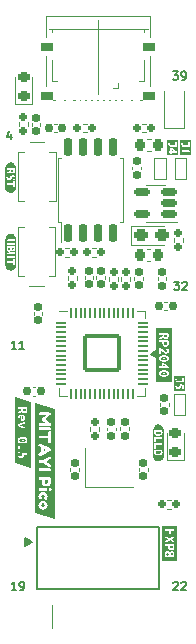
<source format=gbr>
%TF.GenerationSoftware,KiCad,Pcbnew,(6.0.9)*%
%TF.CreationDate,2023-01-07T18:48:54+05:30*%
%TF.ProjectId,Mitayi-Pico-RP2040,4d697461-7969-42d5-9069-636f2d525032,0.5*%
%TF.SameCoordinates,PX825e060PY6d4a840*%
%TF.FileFunction,Legend,Top*%
%TF.FilePolarity,Positive*%
%FSLAX46Y46*%
G04 Gerber Fmt 4.6, Leading zero omitted, Abs format (unit mm)*
G04 Created by KiCad (PCBNEW (6.0.9)) date 2023-01-07 18:48:54*
%MOMM*%
%LPD*%
G01*
G04 APERTURE LIST*
G04 Aperture macros list*
%AMRoundRect*
0 Rectangle with rounded corners*
0 $1 Rounding radius*
0 $2 $3 $4 $5 $6 $7 $8 $9 X,Y pos of 4 corners*
0 Add a 4 corners polygon primitive as box body*
4,1,4,$2,$3,$4,$5,$6,$7,$8,$9,$2,$3,0*
0 Add four circle primitives for the rounded corners*
1,1,$1+$1,$2,$3*
1,1,$1+$1,$4,$5*
1,1,$1+$1,$6,$7*
1,1,$1+$1,$8,$9*
0 Add four rect primitives between the rounded corners*
20,1,$1+$1,$2,$3,$4,$5,0*
20,1,$1+$1,$4,$5,$6,$7,0*
20,1,$1+$1,$6,$7,$8,$9,0*
20,1,$1+$1,$8,$9,$2,$3,0*%
%AMFreePoly0*
4,1,13,-0.340000,0.160000,-0.327821,0.221229,-0.293137,0.273137,-0.241229,0.307821,-0.180000,0.320000,0.340000,0.320000,0.340000,-0.320000,-0.180000,-0.320000,-0.241229,-0.307821,-0.293137,-0.273137,-0.327821,-0.221229,-0.340000,-0.160000,-0.340000,0.160000,-0.340000,0.160000,$1*%
%AMFreePoly1*
4,1,13,-0.340000,0.320000,0.180000,0.320000,0.241229,0.307821,0.293137,0.273137,0.327821,0.221229,0.340000,0.160000,0.340000,-0.160000,0.327821,-0.221229,0.293137,-0.273137,0.241229,-0.307821,0.180000,-0.320000,-0.340000,-0.320000,-0.340000,0.320000,-0.340000,0.320000,$1*%
G04 Aperture macros list end*
%ADD10C,0.150000*%
%ADD11C,0.120000*%
%ADD12C,0.020000*%
%ADD13C,0.100000*%
%ADD14R,1.500000X1.900000*%
%ADD15R,1.200000X1.900000*%
%ADD16FreePoly0,270.000000*%
%ADD17FreePoly1,270.000000*%
%ADD18RoundRect,0.218750X0.256250X-0.218750X0.256250X0.218750X-0.256250X0.218750X-0.256250X-0.218750X0*%
%ADD19RoundRect,0.155000X0.155000X-0.212500X0.155000X0.212500X-0.155000X0.212500X-0.155000X-0.212500X0*%
%ADD20RoundRect,0.225000X0.225000X0.250000X-0.225000X0.250000X-0.225000X-0.250000X0.225000X-0.250000X0*%
%ADD21RoundRect,0.155000X0.212500X0.155000X-0.212500X0.155000X-0.212500X-0.155000X0.212500X-0.155000X0*%
%ADD22RoundRect,0.160000X0.197500X0.160000X-0.197500X0.160000X-0.197500X-0.160000X0.197500X-0.160000X0*%
%ADD23C,1.500000*%
%ADD24RoundRect,0.160000X-0.160000X0.197500X-0.160000X-0.197500X0.160000X-0.197500X0.160000X0.197500X0*%
%ADD25RoundRect,0.155000X-0.212500X-0.155000X0.212500X-0.155000X0.212500X0.155000X-0.212500X0.155000X0*%
%ADD26RoundRect,0.144000X-1.456000X-1.456000X1.456000X-1.456000X1.456000X1.456000X-1.456000X1.456000X0*%
%ADD27RoundRect,0.050000X-0.050000X-0.387500X0.050000X-0.387500X0.050000X0.387500X-0.050000X0.387500X0*%
%ADD28RoundRect,0.050000X-0.387500X-0.050000X0.387500X-0.050000X0.387500X0.050000X-0.387500X0.050000X0*%
%ADD29RoundRect,0.155000X-0.155000X0.212500X-0.155000X-0.212500X0.155000X-0.212500X0.155000X0.212500X0*%
%ADD30RoundRect,0.150000X0.150000X-0.650000X0.150000X0.650000X-0.150000X0.650000X-0.150000X-0.650000X0*%
%ADD31O,1.600000X1.700000*%
%ADD32R,1.600000X3.200000*%
%ADD33FreePoly0,90.000000*%
%ADD34FreePoly1,90.000000*%
%ADD35RoundRect,0.225000X-0.225000X-0.250000X0.225000X-0.250000X0.225000X0.250000X-0.225000X0.250000X0*%
%ADD36RoundRect,0.500000X0.000000X0.300000X0.000000X0.300000X0.000000X-0.300000X0.000000X-0.300000X0*%
%ADD37R,0.300000X1.450000*%
%ADD38C,0.670000*%
%ADD39R,1.400000X1.200000*%
%ADD40RoundRect,0.160000X0.160000X-0.197500X0.160000X0.197500X-0.160000X0.197500X-0.160000X-0.197500X0*%
%ADD41R,1.000000X1.000000*%
%ADD42R,1.700000X1.150000*%
%ADD43R,3.200000X1.600000*%
%ADD44O,1.700000X1.600000*%
%ADD45RoundRect,0.250000X-0.312500X-0.275000X0.312500X-0.275000X0.312500X0.275000X-0.312500X0.275000X0*%
%ADD46RoundRect,0.160000X-0.197500X-0.160000X0.197500X-0.160000X0.197500X0.160000X-0.197500X0.160000X0*%
%ADD47RoundRect,0.150000X0.512500X0.150000X-0.512500X0.150000X-0.512500X-0.150000X0.512500X-0.150000X0*%
%ADD48O,1.700000X1.700000*%
%ADD49R,1.700000X1.700000*%
G04 APERTURE END LIST*
D10*
X15650000Y3700000D02*
X5350000Y3700000D01*
X15650000Y8950000D02*
X15650000Y3700000D01*
X15650000Y8950000D02*
X5350000Y8950000D01*
X5350000Y3700000D02*
X5350000Y8950000D01*
X16833333Y47483334D02*
X17266666Y47483334D01*
X17033333Y47216667D01*
X17133333Y47216667D01*
X17200000Y47183334D01*
X17233333Y47150000D01*
X17266666Y47083334D01*
X17266666Y46916667D01*
X17233333Y46850000D01*
X17200000Y46816667D01*
X17133333Y46783334D01*
X16933333Y46783334D01*
X16866666Y46816667D01*
X16833333Y46850000D01*
X17600000Y46783334D02*
X17733333Y46783334D01*
X17800000Y46816667D01*
X17833333Y46850000D01*
X17900000Y46950000D01*
X17933333Y47083334D01*
X17933333Y47350000D01*
X17900000Y47416667D01*
X17866666Y47450000D01*
X17800000Y47483334D01*
X17666666Y47483334D01*
X17600000Y47450000D01*
X17566666Y47416667D01*
X17533333Y47350000D01*
X17533333Y47183334D01*
X17566666Y47116667D01*
X17600000Y47083334D01*
X17666666Y47050000D01*
X17800000Y47050000D01*
X17866666Y47083334D01*
X17900000Y47116667D01*
X17933333Y47183334D01*
X16933333Y29683334D02*
X17366666Y29683334D01*
X17133333Y29416667D01*
X17233333Y29416667D01*
X17300000Y29383334D01*
X17333333Y29350000D01*
X17366666Y29283334D01*
X17366666Y29116667D01*
X17333333Y29050000D01*
X17300000Y29016667D01*
X17233333Y28983334D01*
X17033333Y28983334D01*
X16966666Y29016667D01*
X16933333Y29050000D01*
X17633333Y29616667D02*
X17666666Y29650000D01*
X17733333Y29683334D01*
X17900000Y29683334D01*
X17966666Y29650000D01*
X18000000Y29616667D01*
X18033333Y29550000D01*
X18033333Y29483334D01*
X18000000Y29383334D01*
X17600000Y28983334D01*
X18033333Y28983334D01*
X4340476Y7954762D02*
X4302380Y7954762D01*
X4416666Y7916667D02*
X4302380Y7916667D01*
X4492857Y7878572D02*
X4302380Y7878572D01*
X4569047Y7840477D02*
X4302380Y7840477D01*
X4607142Y7802381D02*
X4302380Y7802381D01*
X4683333Y7764286D02*
X4302380Y7764286D01*
X4759523Y7726191D02*
X4302380Y7726191D01*
X4835714Y7688096D02*
X4302380Y7688096D01*
X4911904Y7650000D02*
X4302380Y7650000D01*
X4835714Y7611905D02*
X4302380Y7611905D01*
X4759523Y7573810D02*
X4302380Y7573810D01*
X4683333Y7535715D02*
X4302380Y7535715D01*
X4607142Y7497620D02*
X4302380Y7497620D01*
X4569047Y7459524D02*
X4302380Y7459524D01*
X4492857Y7421429D02*
X4302380Y7421429D01*
X4416666Y7383334D02*
X4302380Y7383334D01*
X4302380Y7345239D02*
X4873809Y7650000D01*
X4302380Y7954762D01*
X4340476Y7345239D02*
X4302380Y7345239D01*
X4911904Y7650000D02*
X4302380Y7307143D01*
X4302380Y7992858D01*
X4911904Y7650000D01*
X3566666Y23983334D02*
X3166666Y23983334D01*
X3366666Y23983334D02*
X3366666Y24683334D01*
X3300000Y24583334D01*
X3233333Y24516667D01*
X3166666Y24483334D01*
X4233333Y23983334D02*
X3833333Y23983334D01*
X4033333Y23983334D02*
X4033333Y24683334D01*
X3966666Y24583334D01*
X3900000Y24516667D01*
X3833333Y24483334D01*
X16866666Y4216667D02*
X16900000Y4250000D01*
X16966666Y4283334D01*
X17133333Y4283334D01*
X17200000Y4250000D01*
X17233333Y4216667D01*
X17266666Y4150000D01*
X17266666Y4083334D01*
X17233333Y3983334D01*
X16833333Y3583334D01*
X17266666Y3583334D01*
X17533333Y4216667D02*
X17566666Y4250000D01*
X17633333Y4283334D01*
X17800000Y4283334D01*
X17866666Y4250000D01*
X17900000Y4216667D01*
X17933333Y4150000D01*
X17933333Y4083334D01*
X17900000Y3983334D01*
X17500000Y3583334D01*
X17933333Y3583334D01*
X3133333Y42200000D02*
X3133333Y41733334D01*
X2966666Y42466667D02*
X2800000Y41966667D01*
X3233333Y41966667D01*
X3566666Y3583334D02*
X3166666Y3583334D01*
X3366666Y3583334D02*
X3366666Y4283334D01*
X3300000Y4183334D01*
X3233333Y4116667D01*
X3166666Y4083334D01*
X3900000Y3583334D02*
X4033333Y3583334D01*
X4100000Y3616667D01*
X4133333Y3650000D01*
X4200000Y3750000D01*
X4233333Y3883334D01*
X4233333Y4150000D01*
X4200000Y4216667D01*
X4166666Y4250000D01*
X4100000Y4283334D01*
X3966666Y4283334D01*
X3900000Y4250000D01*
X3866666Y4216667D01*
X3833333Y4150000D01*
X3833333Y3983334D01*
X3866666Y3916667D01*
X3900000Y3883334D01*
X3966666Y3850000D01*
X4100000Y3850000D01*
X4166666Y3883334D01*
X4200000Y3916667D01*
X4233333Y3983334D01*
X15559523Y23245239D02*
X15597619Y23245239D01*
X15483333Y23283334D02*
X15597619Y23283334D01*
X15407142Y23321429D02*
X15597619Y23321429D01*
X15330952Y23359524D02*
X15597619Y23359524D01*
X15292857Y23397620D02*
X15597619Y23397620D01*
X15216666Y23435715D02*
X15597619Y23435715D01*
X15140476Y23473810D02*
X15597619Y23473810D01*
X15064285Y23511905D02*
X15597619Y23511905D01*
X14988095Y23550000D02*
X15597619Y23550000D01*
X15064285Y23588096D02*
X15597619Y23588096D01*
X15140476Y23626191D02*
X15597619Y23626191D01*
X15216666Y23664286D02*
X15597619Y23664286D01*
X15292857Y23702381D02*
X15597619Y23702381D01*
X15330952Y23740477D02*
X15597619Y23740477D01*
X15407142Y23778572D02*
X15597619Y23778572D01*
X15483333Y23816667D02*
X15597619Y23816667D01*
X15597619Y23854762D02*
X15026190Y23550000D01*
X15597619Y23245239D01*
X15559523Y23854762D02*
X15597619Y23854762D01*
X14988095Y23550000D02*
X15597619Y23892858D01*
X15597619Y23207143D01*
X14988095Y23550000D01*
D11*
%TO.C,J6*%
X12210000Y46087500D02*
X11760000Y46087500D01*
X6610000Y51037500D02*
X6610000Y50787500D01*
X14410000Y46637500D02*
X13960000Y46637500D01*
X14410000Y51037500D02*
X14410000Y50787500D01*
X12210000Y46087500D02*
X12210000Y46537500D01*
X6610000Y48487500D02*
X6610000Y46637500D01*
X6610000Y46637500D02*
X7060000Y46637500D01*
X14410000Y48487500D02*
X14410000Y46637500D01*
%TO.C,kibuzzard-63B95AA9*%
G36*
X3425207Y14322112D02*
G01*
X3425207Y15056595D01*
X3689790Y15056595D01*
X3694552Y14983887D01*
X3708840Y14920705D01*
X3731700Y14867047D01*
X3762180Y14822915D01*
X3842825Y14764495D01*
X3943790Y14745445D01*
X4017450Y14754053D01*
X4079257Y14779876D01*
X4129210Y14822915D01*
X4167028Y14883452D01*
X4192428Y14961768D01*
X4205410Y15057865D01*
X4277800Y15051515D01*
X4362890Y15045165D01*
X4362890Y14774655D01*
X4492430Y14774655D01*
X4492430Y15175975D01*
X4395434Y15180737D01*
X4294945Y15187405D01*
X4191599Y15196295D01*
X4086030Y15207725D01*
X4083331Y15120412D01*
X4075235Y15051515D01*
X4044755Y14959440D01*
X3997765Y14916260D01*
X3937440Y14905465D01*
X3895530Y14911815D01*
X3859335Y14935310D01*
X3833300Y14982300D01*
X3823140Y15057865D01*
X3825997Y15117237D01*
X3834570Y15165815D01*
X3859970Y15236935D01*
X3730430Y15268685D01*
X3716460Y15232490D01*
X3703125Y15179785D01*
X3693600Y15118825D01*
X3689790Y15056595D01*
X3425207Y15056595D01*
X3425207Y15629365D01*
X3692330Y15629365D01*
X3721540Y15550625D01*
X3806630Y15516335D01*
X3889180Y15550625D01*
X3918390Y15629365D01*
X3910770Y15672545D01*
X3889180Y15708740D01*
X3854255Y15734140D01*
X3806630Y15743665D01*
X3757735Y15734140D01*
X3722175Y15708740D01*
X3699950Y15672545D01*
X3692330Y15629365D01*
X3425207Y15629365D01*
X3425207Y16265635D01*
X3689790Y16265635D01*
X3701079Y16183791D01*
X3734946Y16116057D01*
X3791390Y16062435D01*
X3848857Y16031876D01*
X3919660Y16010047D01*
X4003797Y15996951D01*
X4101270Y15992585D01*
X4198147Y15996951D01*
X4281769Y16010047D01*
X4352135Y16031876D01*
X4409245Y16062435D01*
X4465337Y16116057D01*
X4498992Y16183791D01*
X4510210Y16265635D01*
X4498921Y16346209D01*
X4465054Y16413519D01*
X4408610Y16467565D01*
X4351301Y16498680D01*
X4280975Y16520905D01*
X4197631Y16534240D01*
X4101270Y16538685D01*
X4003797Y16534319D01*
X3919660Y16521222D01*
X3848857Y16499394D01*
X3791390Y16468835D01*
X3734946Y16415213D01*
X3701079Y16347479D01*
X3689790Y16265635D01*
X3425207Y16265635D01*
X3425207Y17606755D01*
X3706300Y17606755D01*
X3706300Y17475945D01*
X3785957Y17436998D01*
X3874222Y17396358D01*
X3971095Y17354025D01*
X4048763Y17322354D01*
X4130004Y17292113D01*
X4214816Y17263299D01*
X4303200Y17235915D01*
X4303200Y17394665D01*
X4253353Y17407841D01*
X4200330Y17424510D01*
X4145561Y17443243D01*
X4090475Y17462610D01*
X4036024Y17482454D01*
X3983160Y17502615D01*
X3887910Y17539445D01*
X3983160Y17574370D01*
X4036024Y17592626D01*
X4090475Y17610565D01*
X4145561Y17627869D01*
X4200330Y17644220D01*
X4253353Y17658984D01*
X4303200Y17671525D01*
X4303200Y17835355D01*
X4214816Y17808328D01*
X4130004Y17780586D01*
X4048763Y17752130D01*
X3971095Y17722960D01*
X3874222Y17683802D01*
X3785957Y17645067D01*
X3706300Y17606755D01*
X3425207Y17606755D01*
X3425207Y18121105D01*
X3692330Y18121105D01*
X3701855Y18018235D01*
X3725350Y17931875D01*
X3858700Y17953465D01*
X3838380Y18025220D01*
X3828220Y18114755D01*
X3836634Y18183970D01*
X3861875Y18239215D01*
X3901721Y18275410D01*
X3953950Y18287475D01*
X3953950Y17900125D01*
X3980620Y17898220D01*
X4012370Y17897585D01*
X4104304Y17905205D01*
X4180292Y17928065D01*
X4240335Y17966165D01*
X4283727Y18018941D01*
X4309762Y18085827D01*
X4318440Y18166825D01*
X4313360Y18219530D01*
X4298120Y18270965D01*
X4272879Y18318908D01*
X4237795Y18361135D01*
X4192869Y18396695D01*
X4138100Y18424635D01*
X4073647Y18442733D01*
X3999670Y18448765D01*
X3928232Y18443050D01*
X3866320Y18425905D01*
X3813774Y18398124D01*
X3770435Y18360500D01*
X3736462Y18313510D01*
X3712015Y18257630D01*
X3697251Y18193336D01*
X3692330Y18121105D01*
X3425207Y18121105D01*
X3425207Y18502105D01*
X3706300Y18502105D01*
X3789485Y18538300D01*
X3877115Y18582115D01*
X3960935Y18629105D01*
X4033960Y18674825D01*
X4069837Y18619263D01*
X4119050Y18582115D01*
X4178105Y18561160D01*
X4243510Y18554175D01*
X4305264Y18559414D01*
X4358445Y18575130D01*
X4439090Y18635455D01*
X4466713Y18678635D01*
X4486080Y18729435D01*
X4497510Y18787220D01*
X4501320Y18851355D01*
X4500050Y18895805D01*
X4496875Y18949145D01*
X4490525Y19004390D01*
X4481000Y19054555D01*
X3706300Y19054555D01*
X3706300Y18898345D01*
X3995860Y18898345D01*
X3995860Y18817065D01*
X3923946Y18774044D01*
X3852985Y18733880D01*
X3781071Y18697526D01*
X3706300Y18665935D01*
X3706300Y18502105D01*
X3425207Y18502105D01*
X3425207Y19882764D01*
X4774793Y19477888D01*
X4774793Y13917236D01*
X3425207Y14322112D01*
G37*
G36*
X3949152Y16148513D02*
G01*
X3894895Y16167210D01*
X3842031Y16208644D01*
X3824803Y16264365D01*
X4030150Y16264365D01*
X4054915Y16214200D01*
X4113970Y16194515D01*
X4173660Y16214200D01*
X4199060Y16264365D01*
X4173660Y16316435D01*
X4113970Y16335485D01*
X4054915Y16316435D01*
X4030150Y16264365D01*
X3824803Y16264365D01*
X3824410Y16265635D01*
X3842031Y16321832D01*
X3894895Y16363425D01*
X3949152Y16382475D01*
X4017944Y16393905D01*
X4101270Y16397715D01*
X4183891Y16393905D01*
X4252259Y16382475D01*
X4306375Y16363425D01*
X4359239Y16321832D01*
X4376860Y16265635D01*
X4359239Y16208644D01*
X4306375Y16167210D01*
X4252259Y16148513D01*
X4183891Y16137294D01*
X4101270Y16133555D01*
X4017944Y16137294D01*
X3949152Y16148513D01*
G37*
G36*
X4364795Y18872945D02*
G01*
X4365430Y18851355D01*
X4358128Y18795158D01*
X4336220Y18751025D01*
X4298755Y18722450D01*
X4244780Y18712925D01*
X4156515Y18748485D01*
X4133179Y18795158D01*
X4125400Y18864055D01*
X4125400Y18898345D01*
X4361620Y18898345D01*
X4364795Y18872945D01*
G37*
G36*
X4108890Y18276680D02*
G01*
X4149530Y18253820D01*
X4177470Y18216990D01*
X4187630Y18164285D01*
X4176835Y18110945D01*
X4148260Y18075385D01*
X4108255Y18055065D01*
X4061900Y18048715D01*
X4061900Y18287475D01*
X4108890Y18276680D01*
G37*
%TO.C,kibuzzard-632CA15B*%
G36*
X15924152Y21807443D02*
G01*
X15869895Y21826140D01*
X15817031Y21867574D01*
X15799803Y21923295D01*
X16005150Y21923295D01*
X16029915Y21873130D01*
X16088970Y21853445D01*
X16148660Y21873130D01*
X16174060Y21923295D01*
X16148660Y21975365D01*
X16088970Y21994415D01*
X16029915Y21975365D01*
X16005150Y21923295D01*
X15799803Y21923295D01*
X15799410Y21924565D01*
X15817031Y21980762D01*
X15869895Y22022355D01*
X15924152Y22041405D01*
X15992944Y22052835D01*
X16076270Y22056645D01*
X16158891Y22052835D01*
X16227259Y22041405D01*
X16281375Y22022355D01*
X16334239Y21980762D01*
X16351860Y21924565D01*
X16334239Y21867574D01*
X16281375Y21826140D01*
X16227259Y21807443D01*
X16158891Y21796224D01*
X16076270Y21792485D01*
X15992944Y21796224D01*
X15924152Y21807443D01*
G37*
G36*
X15924152Y23077443D02*
G01*
X15869895Y23096140D01*
X15817031Y23137574D01*
X15799803Y23193295D01*
X16005150Y23193295D01*
X16029915Y23143130D01*
X16088970Y23123445D01*
X16148660Y23143130D01*
X16174060Y23193295D01*
X16148660Y23245365D01*
X16088970Y23264415D01*
X16029915Y23245365D01*
X16005150Y23193295D01*
X15799803Y23193295D01*
X15799410Y23194565D01*
X15817031Y23250762D01*
X15869895Y23292355D01*
X15924152Y23311405D01*
X15992944Y23322835D01*
X16076270Y23326645D01*
X16158891Y23322835D01*
X16227259Y23311405D01*
X16281375Y23292355D01*
X16334239Y23250762D01*
X16351860Y23194565D01*
X16334239Y23137574D01*
X16281375Y23096140D01*
X16227259Y23077443D01*
X16158891Y23066224D01*
X16076270Y23062485D01*
X15992944Y23066224D01*
X15924152Y23077443D01*
G37*
G36*
X16067380Y22654815D02*
G01*
X16140405Y22609730D01*
X16209620Y22562105D01*
X16271850Y22515115D01*
X15994990Y22515115D01*
X15994990Y22692915D01*
X16067380Y22654815D01*
G37*
G36*
X16339795Y24518540D02*
G01*
X16340430Y24479805D01*
X16333286Y24423766D01*
X16311855Y24380110D01*
X16273279Y24352011D01*
X16214700Y24342645D01*
X16152946Y24352170D01*
X16112465Y24380745D01*
X16090081Y24428053D01*
X16082620Y24493775D01*
X16082620Y24557275D01*
X16336620Y24557275D01*
X16339795Y24518540D01*
G37*
G36*
X16339795Y25166875D02*
G01*
X16340430Y25145285D01*
X16333128Y25089088D01*
X16311220Y25044955D01*
X16273755Y25016380D01*
X16219780Y25006855D01*
X16131515Y25042415D01*
X16108179Y25089088D01*
X16100400Y25157985D01*
X16100400Y25192275D01*
X16336620Y25192275D01*
X16339795Y25166875D01*
G37*
G36*
X15400207Y21228182D02*
G01*
X15400207Y21924565D01*
X15664790Y21924565D01*
X15676079Y21842721D01*
X15709946Y21774987D01*
X15766390Y21721365D01*
X15823857Y21690806D01*
X15894660Y21668977D01*
X15978797Y21655881D01*
X16076270Y21651515D01*
X16173147Y21655881D01*
X16256769Y21668977D01*
X16327135Y21690806D01*
X16384245Y21721365D01*
X16440337Y21774987D01*
X16473992Y21842721D01*
X16485210Y21924565D01*
X16473921Y22005139D01*
X16440054Y22072449D01*
X16383610Y22126495D01*
X16326301Y22157610D01*
X16255975Y22179835D01*
X16172631Y22193170D01*
X16076270Y22197615D01*
X15978797Y22193249D01*
X15894660Y22180152D01*
X15823857Y22158324D01*
X15766390Y22127765D01*
X15709946Y22074143D01*
X15676079Y22006409D01*
X15664790Y21924565D01*
X15400207Y21924565D01*
X15400207Y22358905D01*
X15681300Y22358905D01*
X15866720Y22358905D01*
X15866720Y22273815D01*
X15994990Y22273815D01*
X15994990Y22358905D01*
X16467430Y22358905D01*
X16467430Y22498605D01*
X16413296Y22549405D01*
X16352495Y22600205D01*
X16287884Y22649735D01*
X16222320Y22696725D01*
X16157074Y22740540D01*
X16093415Y22780545D01*
X16033884Y22815152D01*
X15981020Y22842775D01*
X15866720Y22842775D01*
X15866720Y22515115D01*
X15681300Y22515115D01*
X15681300Y22358905D01*
X15400207Y22358905D01*
X15400207Y23194565D01*
X15664790Y23194565D01*
X15676079Y23112721D01*
X15709946Y23044987D01*
X15766390Y22991365D01*
X15823857Y22960806D01*
X15894660Y22938977D01*
X15978797Y22925881D01*
X16076270Y22921515D01*
X16173147Y22925881D01*
X16256769Y22938977D01*
X16327135Y22960806D01*
X16384245Y22991365D01*
X16440337Y23044987D01*
X16473992Y23112721D01*
X16485210Y23194565D01*
X16473921Y23275139D01*
X16440054Y23342449D01*
X16383610Y23396495D01*
X16326301Y23427610D01*
X16255975Y23449835D01*
X16172631Y23463170D01*
X16076270Y23467615D01*
X15978797Y23463249D01*
X15894660Y23450152D01*
X15823857Y23428324D01*
X15766390Y23397765D01*
X15709946Y23344143D01*
X15676079Y23276409D01*
X15664790Y23194565D01*
X15400207Y23194565D01*
X15400207Y23560325D01*
X15681300Y23560325D01*
X15810840Y23560325D01*
X15810840Y23898145D01*
X15852750Y23884810D01*
X15897835Y23852425D01*
X15941015Y23811785D01*
X15977210Y23773685D01*
X16040710Y23708915D01*
X16109290Y23651765D01*
X16182315Y23611125D01*
X16260420Y23595885D01*
X16358845Y23616205D01*
X16429330Y23670815D01*
X16471240Y23749555D01*
X16485210Y23842265D01*
X16478860Y23908464D01*
X16459810Y23974980D01*
X16427425Y24037686D01*
X16381070Y24092455D01*
X16271850Y24014985D01*
X16331540Y23934975D01*
X16349320Y23857505D01*
X16323285Y23783845D01*
X16248990Y23754635D01*
X16181680Y23778130D01*
X16113100Y23837820D01*
X16076746Y23875285D01*
X16038805Y23915290D01*
X15998482Y23955295D01*
X15954985Y23992760D01*
X15907836Y24025780D01*
X15856560Y24052450D01*
X15800680Y24070071D01*
X15739720Y24075945D01*
X15713050Y24076580D01*
X15681300Y24073405D01*
X15681300Y23560325D01*
X15400207Y23560325D01*
X15400207Y24557275D01*
X15681300Y24557275D01*
X15946730Y24557275D01*
X15946730Y24501395D01*
X15953715Y24407486D01*
X15974670Y24328957D01*
X16009595Y24265810D01*
X16060183Y24219596D01*
X16128128Y24191868D01*
X16213430Y24182625D01*
X16297885Y24191797D01*
X16364983Y24219314D01*
X16414725Y24265175D01*
X16448944Y24327687D01*
X16469476Y24405157D01*
X16476320Y24497585D01*
X16475050Y24547115D01*
X16471875Y24604265D01*
X16466160Y24662050D01*
X16457270Y24713485D01*
X15681300Y24713485D01*
X15681300Y24557275D01*
X15400207Y24557275D01*
X15400207Y24796035D01*
X15681300Y24796035D01*
X15764485Y24832230D01*
X15852115Y24876045D01*
X15935935Y24923035D01*
X16008960Y24968755D01*
X16044837Y24913193D01*
X16094050Y24876045D01*
X16153105Y24855090D01*
X16218510Y24848105D01*
X16280264Y24853344D01*
X16333445Y24869060D01*
X16414090Y24929385D01*
X16441713Y24972565D01*
X16461080Y25023365D01*
X16472510Y25081150D01*
X16476320Y25145285D01*
X16475050Y25189735D01*
X16471875Y25243075D01*
X16465525Y25298320D01*
X16456000Y25348485D01*
X15681300Y25348485D01*
X15681300Y25192275D01*
X15970860Y25192275D01*
X15970860Y25110995D01*
X15898946Y25067974D01*
X15827985Y25027810D01*
X15756071Y24991456D01*
X15681300Y24959865D01*
X15681300Y24796035D01*
X15400207Y24796035D01*
X15400207Y25771818D01*
X16749793Y25771818D01*
X16749793Y21228182D01*
X15400207Y21228182D01*
G37*
%TO.C,kibuzzard-632C7F13*%
G36*
X5893737Y10908480D02*
G01*
X5937849Y10875261D01*
X5973568Y10779535D01*
X5939278Y10683809D01*
X5896058Y10650590D01*
X5834979Y10639517D01*
X5773543Y10651305D01*
X5729252Y10686666D01*
X5693533Y10780964D01*
X5728537Y10873832D01*
X5772114Y10908122D01*
X5832836Y10919552D01*
X5893737Y10908480D01*
G37*
G36*
X6085011Y15470121D02*
G01*
X5889272Y15374395D01*
X5889272Y15564419D01*
X6085011Y15470121D01*
G37*
G36*
X5142988Y10088972D02*
G01*
X5142988Y10779535D01*
X5442073Y10779535D01*
X5452967Y10686845D01*
X5485650Y10597369D01*
X5541371Y10516109D01*
X5621381Y10448065D01*
X5720144Y10401988D01*
X5832122Y10386629D01*
X5939675Y10399805D01*
X6033734Y10439334D01*
X6114300Y10505215D01*
X6175816Y10588241D01*
X6212725Y10679205D01*
X6225028Y10778106D01*
X6212646Y10877166D01*
X6175498Y10968606D01*
X6113586Y11052426D01*
X6032623Y11119101D01*
X5938326Y11159106D01*
X5830693Y11172441D01*
X5722287Y11157261D01*
X5625667Y11111719D01*
X5546015Y11044032D01*
X5488507Y10962415D01*
X5453682Y10872404D01*
X5442073Y10779535D01*
X5142988Y10779535D01*
X5142988Y11522485D01*
X5447788Y11522485D01*
X5462076Y11413186D01*
X5504938Y11322460D01*
X5553873Y11263524D01*
X5606379Y11243879D01*
X5680674Y11276740D01*
X5737467Y11333533D01*
X5756398Y11381039D01*
X5729966Y11444618D01*
X5703534Y11528914D01*
X5737110Y11613925D01*
X5831407Y11653930D01*
X5926419Y11612496D01*
X5960709Y11523199D01*
X5936421Y11449619D01*
X5904988Y11372466D01*
X5924633Y11324246D01*
X5983569Y11273882D01*
X6065723Y11243879D01*
X6130731Y11281026D01*
X6157877Y11321031D01*
X6172164Y11343891D01*
X6201454Y11419615D01*
X6216456Y11525342D01*
X6205978Y11613131D01*
X6174546Y11697427D01*
X6122158Y11778231D01*
X6069116Y11831452D01*
X6001429Y11873957D01*
X5922133Y11901818D01*
X5834265Y11911105D01*
X5746040Y11901818D01*
X5665672Y11873957D01*
X5596914Y11831452D01*
X5543514Y11778231D01*
X5490333Y11695205D01*
X5458424Y11609956D01*
X5447788Y11522485D01*
X5142988Y11522485D01*
X5142988Y12129704D01*
X5454932Y12129704D01*
X5464219Y12056480D01*
X5492079Y12019690D01*
X5529941Y12006117D01*
X5579233Y12003974D01*
X6079296Y12003974D01*
X6120729Y12005402D01*
X6182166Y12031120D01*
X6206454Y12128275D01*
X6206364Y12128989D01*
X6309324Y12128989D01*
X6317897Y12056837D01*
X6347186Y12018976D01*
X6384334Y12006117D01*
X6433626Y12003974D01*
X6482918Y12006117D01*
X6520779Y12019690D01*
X6549712Y12056123D01*
X6559356Y12128275D01*
X6549712Y12201856D01*
X6520779Y12239717D01*
X6484346Y12251862D01*
X6435054Y12254005D01*
X6385763Y12251862D01*
X6347901Y12239003D01*
X6317897Y12201141D01*
X6309324Y12128989D01*
X6206364Y12128989D01*
X6197168Y12201856D01*
X6169307Y12239717D01*
X6131445Y12251862D01*
X6082153Y12254005D01*
X5580662Y12254005D01*
X5530656Y12251862D01*
X5493508Y12239717D01*
X5464576Y12202213D01*
X5454932Y12129704D01*
X5142988Y12129704D01*
X5142988Y13031245D01*
X5456361Y13031245D01*
X5466005Y12957664D01*
X5494937Y12919802D01*
X5532799Y12906229D01*
X5582091Y12904086D01*
X5743539Y12904086D01*
X5743539Y12725492D01*
X5753699Y12641672D01*
X5784179Y12559757D01*
X5834979Y12479748D01*
X5886950Y12426527D01*
X5954280Y12384021D01*
X6033754Y12356161D01*
X6122158Y12346874D01*
X6210741Y12356161D01*
X6290751Y12384021D01*
X6358616Y12426527D01*
X6410766Y12479748D01*
X6461566Y12559599D01*
X6492046Y12641038D01*
X6502206Y12724064D01*
X6502206Y13029816D01*
X6492562Y13103397D01*
X6463629Y13141259D01*
X6425768Y13154832D01*
X6376476Y13156975D01*
X5583519Y13156975D01*
X5509224Y13148402D01*
X5469577Y13110541D01*
X5456361Y13031245D01*
X5142988Y13031245D01*
X5142988Y13759907D01*
X5454932Y13759907D01*
X5464576Y13686327D01*
X5493508Y13648465D01*
X5530656Y13634892D01*
X5580662Y13632749D01*
X6375047Y13632749D01*
X6449342Y13639892D01*
X6488990Y13678826D01*
X6502206Y13758479D01*
X6492562Y13832059D01*
X6463629Y13869921D01*
X6425768Y13883494D01*
X6376476Y13885637D01*
X5582091Y13885637D01*
X5509224Y13877065D01*
X5468505Y13839203D01*
X5454932Y13759907D01*
X5142988Y13759907D01*
X5142988Y14432849D01*
X5452074Y14432849D01*
X5460647Y14359982D01*
X5490651Y14321406D01*
X5528512Y14307833D01*
X5577804Y14305690D01*
X5850696Y14305690D01*
X6312182Y13997080D01*
X6387906Y13964219D01*
X6434340Y13981721D01*
X6482203Y14034227D01*
X6517922Y14117809D01*
X6504349Y14164244D01*
X6447913Y14211392D01*
X6093583Y14432849D01*
X6447913Y14654305D01*
X6506492Y14705740D01*
X6517922Y14748603D01*
X6475774Y14838614D01*
X6432733Y14885763D01*
X6387906Y14901479D01*
X6312182Y14868618D01*
X5850696Y14560008D01*
X5580662Y14560008D01*
X5529941Y14557864D01*
X5491365Y14544291D01*
X5460647Y14505715D01*
X5452074Y14432849D01*
X5142988Y14432849D01*
X5142988Y15103647D01*
X5440644Y15103647D01*
X5464933Y15027209D01*
X5508867Y14965058D01*
X5557802Y14944341D01*
X5630668Y14968630D01*
X6427911Y15354393D01*
X6483632Y15401541D01*
X6502206Y15468693D01*
X6482203Y15536558D01*
X6429339Y15584421D01*
X5630668Y15970184D01*
X5557802Y15994473D01*
X5509224Y15973756D01*
X5466362Y15911605D01*
X5442073Y15835167D01*
X5455646Y15789447D01*
X5482078Y15763729D01*
X5523512Y15741584D01*
X5677817Y15667289D01*
X5677817Y15271525D01*
X5523512Y15197230D01*
X5480649Y15175084D01*
X5453503Y15149367D01*
X5440644Y15103647D01*
X5142988Y15103647D01*
X5142988Y16538826D01*
X5454932Y16538826D01*
X5463504Y16467389D01*
X5492794Y16429527D01*
X5529227Y16416668D01*
X5577804Y16414525D01*
X6296466Y16414525D01*
X6296466Y16141634D01*
X6309324Y16068768D01*
X6340043Y16044479D01*
X6399336Y16037335D01*
X6459343Y16044479D01*
X6492919Y16073054D01*
X6503634Y16140205D01*
X6503634Y16934590D01*
X6490776Y17007456D01*
X6460058Y17031745D01*
X6400764Y17038889D01*
X6340757Y17031745D01*
X6307181Y17003170D01*
X6296466Y16936019D01*
X6296466Y16661699D01*
X5579233Y16661699D01*
X5529941Y16659556D01*
X5492794Y16646697D01*
X5463504Y16609549D01*
X5454932Y16538826D01*
X5142988Y16538826D01*
X5142988Y17244629D01*
X5454932Y17244629D01*
X5464576Y17171048D01*
X5493508Y17133186D01*
X5530656Y17119613D01*
X5580662Y17117470D01*
X6375047Y17117470D01*
X6449342Y17124614D01*
X6488990Y17163547D01*
X6502206Y17243200D01*
X6492562Y17316781D01*
X6463629Y17354643D01*
X6425768Y17368216D01*
X6376476Y17370359D01*
X5582091Y17370359D01*
X5509224Y17361786D01*
X5468505Y17323924D01*
X5454932Y17244629D01*
X5142988Y17244629D01*
X5142988Y17607531D01*
X5456361Y17607531D01*
X5464933Y17538951D01*
X5502438Y17498232D01*
X5580662Y17484659D01*
X6373618Y17484659D01*
X6423624Y17486802D01*
X6462201Y17500375D01*
X6491133Y17538058D01*
X6500777Y17611103D01*
X6491133Y17685220D01*
X6462201Y17726118D01*
X6412309Y17765151D01*
X6344929Y17817100D01*
X6260061Y17881966D01*
X6157705Y17959747D01*
X6037862Y18050444D01*
X6463629Y18374770D01*
X6472202Y18383343D01*
X6491490Y18419776D01*
X6500777Y18486213D01*
X6491490Y18559079D01*
X6463629Y18597655D01*
X6425768Y18611228D01*
X6376476Y18613371D01*
X5583519Y18613371D01*
X5532084Y18611228D01*
X5494937Y18597655D01*
X5466005Y18559793D01*
X5456361Y18489070D01*
X5466005Y18416204D01*
X5494937Y18377628D01*
X5531370Y18364054D01*
X5580662Y18361911D01*
X6062151Y18361911D01*
X6026610Y18335479D01*
X5937135Y18270471D01*
X5840873Y18200105D01*
X5784973Y18157600D01*
X5769257Y18146170D01*
X5739967Y18108308D01*
X5724966Y18049729D01*
X5741396Y17989722D01*
X5767114Y17954718D01*
X5800689Y17929000D01*
X5843016Y17897925D01*
X5921419Y17841846D01*
X6004822Y17781482D01*
X6062151Y17737548D01*
X5583519Y17737548D01*
X5509224Y17730404D01*
X5480649Y17710401D01*
X5463504Y17673254D01*
X5456361Y17607531D01*
X5142988Y17607531D01*
X5142988Y19425235D01*
X6857012Y18911028D01*
X6857012Y9574765D01*
X5142988Y10088972D01*
G37*
G36*
X6249317Y12725492D02*
G01*
X6217170Y12639767D01*
X6122158Y12598334D01*
X6027861Y12639767D01*
X5996428Y12724064D01*
X5996428Y12904086D01*
X6249317Y12904086D01*
X6249317Y12725492D01*
G37*
%TO.C,JP5*%
X16920000Y20190000D02*
X16920000Y18390000D01*
X17880000Y20190000D02*
X16920000Y20190000D01*
X17880000Y18390000D02*
X16920000Y18390000D01*
X17880000Y20190000D02*
X17880000Y18390000D01*
%TO.C,D2*%
X16295000Y14565000D02*
X17765000Y14565000D01*
X17765000Y14565000D02*
X17765000Y16850000D01*
X16295000Y16850000D02*
X16295000Y14565000D01*
%TO.C,C17*%
X8150000Y13664165D02*
X8150000Y13895835D01*
X8870000Y13664165D02*
X8870000Y13895835D01*
%TO.C,C12*%
X5070000Y26894165D02*
X5070000Y27125835D01*
X5790000Y26894165D02*
X5790000Y27125835D01*
%TO.C,C13*%
X14950580Y41800000D02*
X14669420Y41800000D01*
X14950580Y40780000D02*
X14669420Y40780000D01*
%TO.C,C6*%
X5195835Y20760000D02*
X4964165Y20760000D01*
X5195835Y20040000D02*
X4964165Y20040000D01*
%TO.C,C11*%
X16265000Y29814165D02*
X16265000Y30045835D01*
X15545000Y29814165D02*
X15545000Y30045835D01*
%TO.C,kibuzzard-631DD065*%
G36*
X16814160Y7302985D02*
G01*
X16814795Y7264250D01*
X16807651Y7208211D01*
X16786220Y7164555D01*
X16747644Y7136456D01*
X16689065Y7127090D01*
X16627311Y7136615D01*
X16586830Y7165190D01*
X16564446Y7212497D01*
X16556985Y7278220D01*
X16556985Y7341720D01*
X16810985Y7341720D01*
X16814160Y7302985D01*
G37*
G36*
X17172512Y9021083D02*
G01*
X17172512Y6078917D01*
X15927488Y6078917D01*
X15927488Y6617820D01*
X16139155Y6617820D01*
X16144235Y6547652D01*
X16159475Y6489550D01*
X16210910Y6405095D01*
X16281395Y6358105D01*
X16358865Y6343500D01*
X16416015Y6350961D01*
X16468085Y6373345D01*
X16515710Y6413826D01*
X16559525Y6475580D01*
X16599371Y6426050D01*
X16647790Y6391760D01*
X16700971Y6371757D01*
X16755105Y6365090D01*
X16839560Y6381759D01*
X16904965Y6431765D01*
X16946875Y6510029D01*
X16960845Y6611470D01*
X16955448Y6676875D01*
X16939255Y6730850D01*
X16884645Y6808320D01*
X16810350Y6850865D01*
X16730975Y6864200D01*
X16639535Y6843880D01*
X16597625Y6814670D01*
X16558255Y6767680D01*
X16514599Y6819432D01*
X16464910Y6855310D01*
X16410459Y6876265D01*
X16352515Y6883250D01*
X16262980Y6864200D01*
X16195670Y6810225D01*
X16153760Y6726405D01*
X16142806Y6674811D01*
X16139155Y6617820D01*
X15927488Y6617820D01*
X15927488Y7341720D01*
X16155665Y7341720D01*
X16421095Y7341720D01*
X16421095Y7285840D01*
X16428080Y7191931D01*
X16449035Y7113402D01*
X16483960Y7050255D01*
X16534548Y7004041D01*
X16602493Y6976313D01*
X16687795Y6967070D01*
X16772250Y6976242D01*
X16839348Y7003759D01*
X16889090Y7049620D01*
X16923309Y7112132D01*
X16943841Y7189602D01*
X16950685Y7282030D01*
X16949415Y7331560D01*
X16946240Y7388710D01*
X16940525Y7446495D01*
X16931635Y7497930D01*
X16155665Y7497930D01*
X16155665Y7341720D01*
X15927488Y7341720D01*
X15927488Y7749390D01*
X16155665Y7749390D01*
X16155665Y7580480D01*
X16238850Y7614770D01*
X16289650Y7638106D01*
X16344260Y7664935D01*
X16401569Y7694621D01*
X16460465Y7726530D01*
X16518885Y7759868D01*
X16574765Y7793840D01*
X16941795Y7593180D01*
X16941795Y7750660D01*
X16690335Y7881470D01*
X16941795Y8005930D01*
X16941795Y8174840D01*
X16570955Y7969100D01*
X16515234Y8000215D01*
X16457290Y8032600D01*
X16399029Y8064826D01*
X16342355Y8095465D01*
X16288380Y8124040D01*
X16238215Y8150075D01*
X16155665Y8187540D01*
X16155665Y8018630D01*
X16224404Y7989420D01*
X16301080Y7955130D01*
X16380296Y7918300D01*
X16456655Y7881470D01*
X16377915Y7844164D01*
X16299175Y7808445D01*
X16223927Y7776219D01*
X16155665Y7749390D01*
X15927488Y7749390D01*
X15927488Y8756500D01*
X16155665Y8756500D01*
X16155665Y8252310D01*
X16285205Y8252310D01*
X16285205Y8600290D01*
X16506185Y8600290D01*
X16506185Y8322160D01*
X16635725Y8322160D01*
X16635725Y8600290D01*
X16812255Y8600290D01*
X16812255Y8280250D01*
X16941795Y8280250D01*
X16941795Y8756500D01*
X16155665Y8756500D01*
X15927488Y8756500D01*
X15927488Y9021083D01*
X17172512Y9021083D01*
G37*
G36*
X16808445Y6685765D02*
G01*
X16831305Y6614010D01*
X16809080Y6542255D01*
X16742405Y6512410D01*
X16674460Y6528920D01*
X16610325Y6584800D01*
X16640170Y6647347D01*
X16668745Y6687670D01*
X16741135Y6716880D01*
X16808445Y6685765D01*
G37*
G36*
X16440780Y6718150D02*
G01*
X16506185Y6663540D01*
X16472530Y6584800D01*
X16440780Y6530825D01*
X16405855Y6500345D01*
X16361405Y6490820D01*
X16296000Y6524475D01*
X16268695Y6615280D01*
X16294730Y6701005D01*
X16371565Y6737200D01*
X16440780Y6718150D01*
G37*
%TO.C,C19*%
X4880000Y42874165D02*
X4880000Y43105835D01*
X5600000Y42874165D02*
X5600000Y43105835D01*
%TO.C,R2*%
X8017621Y32550000D02*
X7682379Y32550000D01*
X8017621Y31790000D02*
X7682379Y31790000D01*
%TO.C,R7*%
X16637621Y10480000D02*
X16302379Y10480000D01*
X16637621Y11240000D02*
X16302379Y11240000D01*
%TO.C,R10*%
X10600000Y17387621D02*
X10600000Y17052379D01*
X9840000Y17387621D02*
X9840000Y17052379D01*
%TO.C,kibuzzard-631DCDB3*%
G36*
X16801111Y40864977D02*
G01*
X16865008Y40825527D01*
X16925571Y40783856D01*
X16980023Y40742739D01*
X16737770Y40742739D01*
X16737770Y40898314D01*
X16801111Y40864977D01*
G37*
G36*
X16333090Y40392696D02*
G01*
X16333090Y40606056D01*
X16463291Y40606056D01*
X16625534Y40606056D01*
X16625534Y40531602D01*
X16737770Y40531602D01*
X16737770Y40606056D01*
X17151155Y40606056D01*
X17151155Y40728293D01*
X17103788Y40772743D01*
X17050587Y40817193D01*
X16994052Y40860532D01*
X16936684Y40901648D01*
X16879593Y40939986D01*
X16823892Y40974991D01*
X16771802Y41005272D01*
X16725546Y41029442D01*
X16625534Y41029442D01*
X16625534Y40742739D01*
X16463291Y40742739D01*
X16463291Y40606056D01*
X16333090Y40606056D01*
X16333090Y41372818D01*
X16448845Y41372818D01*
X16453707Y41311144D01*
X16468292Y41259471D01*
X16491211Y41217104D01*
X16521076Y41183350D01*
X16598864Y41141123D01*
X16644703Y41131538D01*
X16693320Y41128343D01*
X17151155Y41128343D01*
X17151155Y41496167D01*
X17037808Y41496167D01*
X17037808Y41266138D01*
X16701099Y41266138D01*
X16636507Y41274334D01*
X16596086Y41298920D01*
X16574833Y41336841D01*
X16567749Y41385042D01*
X16584417Y41454495D01*
X16618866Y41516169D01*
X16509964Y41568398D01*
X16466625Y41489499D01*
X16453290Y41436993D01*
X16448845Y41372818D01*
X16333090Y41372818D01*
X16333090Y41707304D01*
X17266910Y41707304D01*
X17266910Y40392696D01*
X16333090Y40392696D01*
G37*
%TO.C,C10*%
X16114165Y27990000D02*
X16345835Y27990000D01*
X16114165Y27270000D02*
X16345835Y27270000D01*
%TO.C,U3*%
X13780000Y27240000D02*
X14430000Y27240000D01*
X13780000Y20020000D02*
X14430000Y20020000D01*
X7210000Y20020000D02*
X7210000Y20670000D01*
X14430000Y27240000D02*
X14430000Y26590000D01*
X7860000Y27240000D02*
X7210000Y27240000D01*
X7860000Y20020000D02*
X7210000Y20020000D01*
X14430000Y20020000D02*
X14430000Y20670000D01*
%TO.C,R5*%
X12205000Y30117621D02*
X12205000Y29782379D01*
X11445000Y30117621D02*
X11445000Y29782379D01*
%TO.C,C2*%
X12390000Y17345835D02*
X12390000Y17114165D01*
X13110000Y17345835D02*
X13110000Y17114165D01*
%TO.C,U1*%
X7135000Y37450000D02*
X7135000Y40175000D01*
X7135000Y40175000D02*
X7395000Y40175000D01*
X12585000Y34725000D02*
X12325000Y34725000D01*
X12585000Y37450000D02*
X12585000Y40175000D01*
X7395000Y34725000D02*
X7395000Y33050000D01*
X7135000Y37450000D02*
X7135000Y34725000D01*
X12585000Y40175000D02*
X12325000Y40175000D01*
X7135000Y34725000D02*
X7395000Y34725000D01*
X12585000Y37450000D02*
X12585000Y34725000D01*
%TO.C,C5*%
X11080000Y29909165D02*
X11080000Y30140835D01*
X10360000Y29909165D02*
X10360000Y30140835D01*
%TO.C,R1*%
X10347621Y31790000D02*
X10012379Y31790000D01*
X10347621Y32550000D02*
X10012379Y32550000D01*
%TO.C,C4*%
X14290000Y29824165D02*
X14290000Y30055835D01*
X13570000Y29824165D02*
X13570000Y30055835D01*
%TO.C,C1*%
X6794165Y42340000D02*
X7025835Y42340000D01*
X6794165Y43060000D02*
X7025835Y43060000D01*
%TO.C,J5*%
X6620000Y370000D02*
X6620000Y2300000D01*
%TO.C,JP1*%
X17020000Y38350000D02*
X17980000Y38350000D01*
X17020000Y38350000D02*
X17020000Y40150000D01*
X17020000Y40150000D02*
X17980000Y40150000D01*
X17980000Y38350000D02*
X17980000Y40150000D01*
%TO.C,R9*%
X16920000Y33357621D02*
X16920000Y33022379D01*
X17680000Y33357621D02*
X17680000Y33022379D01*
%TO.C,C9*%
X11270000Y17104165D02*
X11270000Y17335835D01*
X11990000Y17104165D02*
X11990000Y17335835D01*
%TO.C,C8*%
X15740000Y19425835D02*
X15740000Y19194165D01*
X16460000Y19425835D02*
X16460000Y19194165D01*
%TO.C,C15*%
X14649420Y32430000D02*
X14930580Y32430000D01*
X14649420Y31410000D02*
X14930580Y31410000D01*
D12*
%TO.C,J2*%
X10510000Y45550000D02*
X10510000Y51870000D01*
D13*
X6310000Y51070000D02*
X14710000Y51070000D01*
X6110000Y45070000D02*
X6110000Y52170000D01*
X14910000Y45070000D02*
X6110000Y45070000D01*
X6110000Y52170000D02*
X14910000Y52170000D01*
X14910000Y45070000D02*
X14910000Y52170000D01*
D11*
%TO.C,C16*%
X13400000Y39204165D02*
X13400000Y39435835D01*
X14120000Y39204165D02*
X14120000Y39435835D01*
%TO.C,JP4*%
X15270000Y40150000D02*
X15270000Y38350000D01*
X16230000Y40150000D02*
X15270000Y40150000D01*
X16230000Y40150000D02*
X16230000Y38350000D01*
X16230000Y38350000D02*
X15270000Y38350000D01*
%TO.C,R4*%
X9517621Y42320000D02*
X9182379Y42320000D01*
X9517621Y43080000D02*
X9182379Y43080000D01*
%TO.C,Y1*%
X9430000Y12300000D02*
X13430000Y12300000D01*
X9430000Y15600000D02*
X9430000Y12300000D01*
%TO.C,R8*%
X4550000Y42852379D02*
X4550000Y43187621D01*
X3790000Y42852379D02*
X3790000Y43187621D01*
%TO.C,D1*%
X16050000Y42700000D02*
X17750000Y42700000D01*
X17750000Y42700000D02*
X17750000Y45850000D01*
X16050000Y42700000D02*
X16050000Y45850000D01*
%TO.C,D3*%
X3465000Y44715000D02*
X4935000Y44715000D01*
X4935000Y44715000D02*
X4935000Y47000000D01*
X3465000Y47000000D02*
X3465000Y44715000D01*
%TO.C,kibuzzard-631DCE60*%
G36*
X16933090Y20458253D02*
G01*
X16933090Y20869416D01*
X17048845Y20869416D01*
X17053012Y20805797D01*
X17065514Y20750512D01*
X17085516Y20703562D01*
X17112186Y20664946D01*
X17182751Y20613828D01*
X17271095Y20597159D01*
X17335548Y20604691D01*
X17389628Y20627287D01*
X17433338Y20664946D01*
X17466428Y20717915D01*
X17488653Y20786442D01*
X17500013Y20870527D01*
X17563354Y20864971D01*
X17637808Y20859414D01*
X17637808Y20622718D01*
X17751155Y20622718D01*
X17751155Y20973873D01*
X17666283Y20978040D01*
X17578356Y20983874D01*
X17487928Y20991653D01*
X17395555Y21001654D01*
X17393194Y20925256D01*
X17386109Y20864971D01*
X17359439Y20784405D01*
X17318323Y20746622D01*
X17265539Y20737177D01*
X17228867Y20742733D01*
X17197197Y20763291D01*
X17174416Y20804407D01*
X17165526Y20870527D01*
X17168027Y20922478D01*
X17175527Y20964983D01*
X17197752Y21027213D01*
X17084405Y21054994D01*
X17072181Y21023324D01*
X17060513Y20977207D01*
X17052179Y20923867D01*
X17048845Y20869416D01*
X16933090Y20869416D01*
X16933090Y21407261D01*
X17048845Y21407261D01*
X17053707Y21345586D01*
X17068292Y21293913D01*
X17091211Y21251547D01*
X17121076Y21217793D01*
X17198864Y21175565D01*
X17244703Y21165980D01*
X17293320Y21162786D01*
X17751155Y21162786D01*
X17751155Y21530609D01*
X17637808Y21530609D01*
X17637808Y21300581D01*
X17301099Y21300581D01*
X17236507Y21308776D01*
X17196086Y21333363D01*
X17174833Y21371284D01*
X17167749Y21419484D01*
X17184417Y21488938D01*
X17218866Y21550612D01*
X17109964Y21602841D01*
X17066625Y21523942D01*
X17053290Y21471435D01*
X17048845Y21407261D01*
X16933090Y21407261D01*
X16933090Y21741747D01*
X17866910Y21741747D01*
X17866910Y20458253D01*
X16933090Y20458253D01*
G37*
%TO.C,SW1*%
X5900000Y41550000D02*
X4700000Y41550000D01*
X6900000Y40700000D02*
X6900000Y36500000D01*
X3700000Y36500000D02*
X4250000Y36500000D01*
X6350000Y40700000D02*
X6900000Y40700000D01*
X3700000Y40700000D02*
X3700000Y36500000D01*
X4250000Y40700000D02*
X3700000Y40700000D01*
X6900000Y36500000D02*
X6350000Y36500000D01*
%TO.C,C18*%
X13970000Y13925835D02*
X13970000Y13694165D01*
X14690000Y13925835D02*
X14690000Y13694165D01*
%TO.C,kibuzzard-631DCCA6*%
G36*
X3539047Y30990676D02*
G01*
X3513573Y30906700D01*
X3472206Y30829308D01*
X3416535Y30761473D01*
X3348700Y30705802D01*
X3271308Y30664435D01*
X3187332Y30638961D01*
X3100000Y30630359D01*
X3012668Y30638961D01*
X2928692Y30664435D01*
X2851300Y30705802D01*
X2783465Y30761473D01*
X2727794Y30829308D01*
X2686427Y30906700D01*
X2660953Y30990676D01*
X2652351Y31078008D01*
X2652351Y31305444D01*
X2759402Y31305444D01*
X3333918Y31305444D01*
X3333918Y31124310D01*
X3447266Y31124310D01*
X3447266Y31624372D01*
X3333918Y31624372D01*
X3333918Y31443239D01*
X2759402Y31443239D01*
X2759402Y31305444D01*
X2652351Y31305444D01*
X2652351Y31932189D01*
X2744956Y31932189D01*
X2749540Y31869959D01*
X2763291Y31818841D01*
X2785655Y31777725D01*
X2816076Y31745499D01*
X2854136Y31721885D01*
X2899419Y31706605D01*
X2951092Y31698271D01*
X3008322Y31695492D01*
X3447266Y31695492D01*
X3447266Y31832176D01*
X3018323Y31832176D01*
X2945536Y31836621D01*
X2897752Y31852179D01*
X2871638Y31882182D01*
X2863859Y31929966D01*
X2871638Y31977750D01*
X2897197Y32007198D01*
X2944425Y32022200D01*
X3017212Y32026645D01*
X3447266Y32026645D01*
X3447266Y32164440D01*
X3008322Y32164440D01*
X2951092Y32161662D01*
X2899419Y32153327D01*
X2854136Y32138326D01*
X2816076Y32115545D01*
X2763291Y32043869D01*
X2749540Y31993446D01*
X2744956Y31932189D01*
X2652351Y31932189D01*
X2652351Y32512261D01*
X2750512Y32512261D01*
X2753151Y32457393D01*
X2761069Y32406137D01*
X2775237Y32360020D01*
X2796629Y32320571D01*
X2863304Y32263341D01*
X2910115Y32247506D01*
X2967206Y32242228D01*
X3013878Y32248478D01*
X3058328Y32267231D01*
X3097222Y32303485D01*
X3127226Y32362243D01*
X3187233Y32298346D01*
X3227794Y32280427D01*
X3273911Y32274454D01*
X3338363Y32284455D01*
X3396704Y32322238D01*
X3438931Y32398914D01*
X3451016Y32455032D01*
X3455044Y32525596D01*
X3450044Y32617830D01*
X3438376Y32703396D01*
X2770514Y32703396D01*
X2761763Y32655335D01*
X2755512Y32606718D01*
X2751762Y32558656D01*
X2750512Y32512261D01*
X2652351Y32512261D01*
X2652351Y33043439D01*
X2744956Y33043439D01*
X2749540Y32981209D01*
X2763291Y32930091D01*
X2785655Y32888975D01*
X2816076Y32856749D01*
X2854136Y32833135D01*
X2899419Y32817855D01*
X2951092Y32809521D01*
X3008322Y32806743D01*
X3447266Y32806743D01*
X3447266Y32943426D01*
X3018323Y32943426D01*
X2945536Y32947871D01*
X2897752Y32963429D01*
X2871638Y32993433D01*
X2863859Y33041216D01*
X2871638Y33089000D01*
X2897197Y33118448D01*
X2944425Y33133450D01*
X3017212Y33137895D01*
X3447266Y33137895D01*
X3447266Y33275690D01*
X3008322Y33275690D01*
X2951092Y33272912D01*
X2899419Y33264578D01*
X2854136Y33249576D01*
X2816076Y33226795D01*
X2763291Y33155119D01*
X2749540Y33104696D01*
X2744956Y33043439D01*
X2652351Y33043439D01*
X2652351Y33321992D01*
X2660953Y33409324D01*
X2686427Y33493300D01*
X2727794Y33570692D01*
X2783465Y33638527D01*
X2851300Y33694198D01*
X2928692Y33735565D01*
X3012668Y33761039D01*
X3100000Y33769641D01*
X3187332Y33761039D01*
X3271308Y33735565D01*
X3348700Y33694198D01*
X3416535Y33638527D01*
X3472206Y33570692D01*
X3513573Y33493300D01*
X3539047Y33409324D01*
X3547649Y33321992D01*
X3547649Y31078008D01*
X3539047Y30990676D01*
G37*
G36*
X3060551Y32493370D02*
G01*
X3038881Y32408359D01*
X2967206Y32376689D01*
X2917755Y32387801D01*
X2887751Y32416138D01*
X2873305Y32455588D01*
X2869416Y32501149D01*
X2870527Y32535042D01*
X2873861Y32566713D01*
X3060551Y32566713D01*
X3060551Y32493370D01*
G37*
G36*
X3335029Y32536709D02*
G01*
X3336141Y32504483D01*
X3333363Y32467811D01*
X3322250Y32436696D01*
X3298914Y32415583D01*
X3259464Y32407804D01*
X3196679Y32434474D01*
X3173898Y32513373D01*
X3173898Y32566713D01*
X3331696Y32566713D01*
X3335029Y32536709D01*
G37*
%TO.C,kibuzzard-631DCCC7*%
G36*
X3331696Y39130634D02*
G01*
X3332251Y39111743D01*
X3325862Y39062570D01*
X3306693Y39023954D01*
X3273911Y38998951D01*
X3226683Y38990617D01*
X3149451Y39021732D01*
X3129031Y39062570D01*
X3122225Y39122856D01*
X3122225Y39152859D01*
X3328918Y39152859D01*
X3331696Y39130634D01*
G37*
G36*
X3542862Y37576064D02*
G01*
X3517167Y37491359D01*
X3475440Y37413294D01*
X3419286Y37344869D01*
X3350861Y37288715D01*
X3272796Y37246988D01*
X3188091Y37221293D01*
X3100000Y37212617D01*
X3011909Y37221293D01*
X2927204Y37246988D01*
X2849139Y37288715D01*
X2780714Y37344869D01*
X2724560Y37413294D01*
X2682833Y37491359D01*
X2657138Y37576064D01*
X2648462Y37664155D01*
X2648462Y37891591D01*
X2755512Y37891591D01*
X3330029Y37891591D01*
X3330029Y37710457D01*
X3443376Y37710457D01*
X3443376Y38210519D01*
X3330029Y38210519D01*
X3330029Y38029386D01*
X2755512Y38029386D01*
X2755512Y37891591D01*
X2648462Y37891591D01*
X2648462Y38536116D01*
X2741066Y38536116D01*
X2746931Y38458143D01*
X2764526Y38394616D01*
X2793851Y38345536D01*
X2857609Y38298447D01*
X2943314Y38282751D01*
X2995126Y38287473D01*
X3037214Y38301642D01*
X3099444Y38349981D01*
X3139449Y38414434D01*
X3166675Y38481664D01*
X3183344Y38524447D01*
X3203902Y38563341D01*
X3230572Y38591678D01*
X3265576Y38602791D01*
X3309409Y38590690D01*
X3335708Y38554390D01*
X3344475Y38493888D01*
X3333363Y38415545D01*
X3306693Y38353871D01*
X3412261Y38313866D01*
X3444488Y38393320D01*
X3455322Y38444576D01*
X3458934Y38503889D01*
X3452884Y38571984D01*
X3434733Y38629584D01*
X3404483Y38676689D01*
X3339474Y38723778D01*
X3253353Y38739474D01*
X3171676Y38721694D01*
X3116669Y38676689D01*
X3079997Y38616126D01*
X3054439Y38551673D01*
X3034992Y38505001D01*
X3011656Y38462773D01*
X2982207Y38431658D01*
X2944425Y38419434D01*
X2911643Y38424435D01*
X2882751Y38442771D01*
X2862748Y38478886D01*
X2855525Y38536116D01*
X2859414Y38591539D01*
X2871082Y38637795D01*
X2904420Y38709471D01*
X2793295Y38749476D01*
X2759402Y38672799D01*
X2745650Y38613070D01*
X2741066Y38536116D01*
X2648462Y38536116D01*
X2648462Y38806149D01*
X2755512Y38806149D01*
X2828299Y38837820D01*
X2904976Y38876158D01*
X2978318Y38917274D01*
X3042215Y38957279D01*
X3073608Y38908662D01*
X3116669Y38876158D01*
X3168342Y38857822D01*
X3225571Y38851711D01*
X3279606Y38856295D01*
X3326139Y38870046D01*
X3396704Y38922831D01*
X3420873Y38960613D01*
X3437820Y39005063D01*
X3447821Y39055625D01*
X3451155Y39111743D01*
X3450044Y39150637D01*
X3447266Y39197309D01*
X3441709Y39245649D01*
X3433375Y39289543D01*
X2755512Y39289543D01*
X2755512Y39152859D01*
X3008877Y39152859D01*
X3008877Y39081739D01*
X2945953Y39044096D01*
X2883862Y39008952D01*
X2820937Y38977143D01*
X2755512Y38949501D01*
X2755512Y38806149D01*
X2648462Y38806149D01*
X2648462Y39335845D01*
X2657138Y39423936D01*
X2682833Y39508641D01*
X2724560Y39586706D01*
X2780714Y39655131D01*
X2849139Y39711285D01*
X2927204Y39753012D01*
X3011909Y39778707D01*
X3100000Y39787383D01*
X3188091Y39778707D01*
X3272796Y39753012D01*
X3350861Y39711285D01*
X3419286Y39655131D01*
X3475440Y39586706D01*
X3517167Y39508641D01*
X3542862Y39423936D01*
X3551538Y39335845D01*
X3551538Y37664155D01*
X3542862Y37576064D01*
G37*
%TO.C,C7*%
X10080000Y29914165D02*
X10080000Y30145835D01*
X9360000Y29914165D02*
X9360000Y30145835D01*
%TO.C,R6*%
X13205000Y30117621D02*
X13205000Y29782379D01*
X12445000Y30117621D02*
X12445000Y29782379D01*
%TO.C,kibuzzard-631DCD0C*%
G36*
X15832807Y15292683D02*
G01*
X15833363Y15272681D01*
X15813916Y15198227D01*
X15762243Y15152666D01*
X15687789Y15129329D01*
X15601111Y15122662D01*
X15552077Y15124745D01*
X15507211Y15130996D01*
X15433312Y15158777D01*
X15384417Y15209895D01*
X15366637Y15288238D01*
X15366637Y15300462D01*
X15367749Y15312686D01*
X15830029Y15312686D01*
X15832807Y15292683D01*
G37*
G36*
X16036322Y14850664D02*
G01*
X16011007Y14767209D01*
X15969896Y14690297D01*
X15914571Y14622883D01*
X15847157Y14567557D01*
X15770245Y14526447D01*
X15686790Y14501131D01*
X15600000Y14492583D01*
X15513210Y14501131D01*
X15429755Y14526447D01*
X15352843Y14567557D01*
X15285429Y14622883D01*
X15230104Y14690297D01*
X15188993Y14767209D01*
X15163678Y14850664D01*
X15155130Y14937454D01*
X15155130Y15302684D01*
X15247734Y15302684D01*
X15252595Y15235593D01*
X15267181Y15174335D01*
X15292323Y15120023D01*
X15328855Y15073767D01*
X15377333Y15036123D01*
X15438313Y15007647D01*
X15512628Y14989729D01*
X15601111Y14983756D01*
X15687650Y14989173D01*
X15760576Y15005425D01*
X15820861Y15031400D01*
X15869478Y15065988D01*
X15906566Y15109188D01*
X15932264Y15161000D01*
X15947266Y15220035D01*
X15952266Y15284904D01*
X15948933Y15361581D01*
X15935598Y15449369D01*
X15264402Y15449369D01*
X15251623Y15374360D01*
X15247734Y15302684D01*
X15155130Y15302684D01*
X15155130Y15553827D01*
X15256624Y15553827D01*
X15369971Y15553827D01*
X15369971Y15858309D01*
X15563329Y15858309D01*
X15563329Y15614946D01*
X15676676Y15614946D01*
X15676676Y15858309D01*
X15831140Y15858309D01*
X15831140Y15578274D01*
X15944488Y15578274D01*
X15944488Y15994993D01*
X15256624Y15994993D01*
X15256624Y15553827D01*
X15155130Y15553827D01*
X15155130Y16109452D01*
X15256624Y16109452D01*
X15369971Y16109452D01*
X15369971Y16403933D01*
X15944488Y16403933D01*
X15944488Y16541728D01*
X15256624Y16541728D01*
X15256624Y16109452D01*
X15155130Y16109452D01*
X15155130Y16969559D01*
X15247734Y16969559D01*
X15252595Y16902468D01*
X15267181Y16841210D01*
X15292323Y16786898D01*
X15328855Y16740642D01*
X15377333Y16702998D01*
X15438313Y16674522D01*
X15512628Y16656604D01*
X15601111Y16650631D01*
X15687650Y16656048D01*
X15760576Y16672300D01*
X15820861Y16698275D01*
X15869478Y16732863D01*
X15906566Y16776063D01*
X15932264Y16827875D01*
X15947266Y16886910D01*
X15952266Y16951779D01*
X15948933Y17028456D01*
X15935598Y17116244D01*
X15264402Y17116244D01*
X15251623Y17041235D01*
X15247734Y16969559D01*
X15155130Y16969559D01*
X15155130Y17162546D01*
X15163678Y17249336D01*
X15188993Y17332791D01*
X15230104Y17409703D01*
X15285429Y17477117D01*
X15352843Y17532443D01*
X15429755Y17573553D01*
X15513210Y17598869D01*
X15600000Y17607417D01*
X15686790Y17598869D01*
X15770245Y17573553D01*
X15847157Y17532443D01*
X15914571Y17477117D01*
X15969896Y17409703D01*
X16011007Y17332791D01*
X16036322Y17249336D01*
X16044870Y17162546D01*
X16044870Y14937454D01*
X16036322Y14850664D01*
G37*
G36*
X15832807Y16959558D02*
G01*
X15833363Y16939556D01*
X15813916Y16865102D01*
X15762243Y16819541D01*
X15687789Y16796204D01*
X15601111Y16789537D01*
X15552077Y16791620D01*
X15507211Y16797871D01*
X15433312Y16825652D01*
X15384417Y16876770D01*
X15366637Y16955113D01*
X15366637Y16967337D01*
X15367749Y16979561D01*
X15830029Y16979561D01*
X15832807Y16959558D01*
G37*
%TO.C,C14*%
X13325000Y32815000D02*
X16035000Y32815000D01*
X16035000Y34385000D02*
X13325000Y34385000D01*
X13325000Y34385000D02*
X13325000Y32815000D01*
%TO.C,R3*%
X14232379Y42320000D02*
X14567621Y42320000D01*
X14232379Y43080000D02*
X14567621Y43080000D01*
%TO.C,U2*%
X15350000Y34770000D02*
X17150000Y34770000D01*
X15350000Y37890000D02*
X16150000Y37890000D01*
X15350000Y37890000D02*
X14550000Y37890000D01*
X15350000Y34770000D02*
X14550000Y34770000D01*
%TO.C,R11*%
X7950000Y30197621D02*
X7950000Y29862379D01*
X8710000Y30197621D02*
X8710000Y29862379D01*
%TO.C,SW2*%
X4685000Y29285000D02*
X5885000Y29285000D01*
X6335000Y30135000D02*
X6885000Y30135000D01*
X3685000Y34335000D02*
X4235000Y34335000D01*
X6885000Y34335000D02*
X6335000Y34335000D01*
X4235000Y30135000D02*
X3685000Y30135000D01*
X6885000Y30135000D02*
X6885000Y34335000D01*
X3685000Y30135000D02*
X3685000Y34335000D01*
%TO.C,kibuzzard-631DCDA0*%
G36*
X17433090Y40401586D02*
G01*
X17433090Y40540492D01*
X17563291Y40540492D01*
X17676639Y40540492D01*
X17676639Y40677176D01*
X18251155Y40677176D01*
X18251155Y40770521D01*
X18207816Y40818304D01*
X18167811Y40877201D01*
X18133363Y40939431D01*
X18107804Y40997216D01*
X17994456Y40952766D01*
X18021682Y40884979D01*
X18061131Y40813859D01*
X17676639Y40813859D01*
X17676639Y40958322D01*
X17563291Y40958322D01*
X17563291Y40540492D01*
X17433090Y40540492D01*
X17433090Y41363928D01*
X17548845Y41363928D01*
X17553707Y41302254D01*
X17568292Y41250581D01*
X17591211Y41208214D01*
X17621076Y41174460D01*
X17698864Y41132233D01*
X17744703Y41122648D01*
X17793320Y41119453D01*
X18251155Y41119453D01*
X18251155Y41487277D01*
X18137808Y41487277D01*
X18137808Y41257248D01*
X17801099Y41257248D01*
X17736507Y41265444D01*
X17696086Y41290030D01*
X17674833Y41327951D01*
X17667749Y41376152D01*
X17684417Y41445605D01*
X17718866Y41507279D01*
X17609964Y41559508D01*
X17566625Y41480609D01*
X17553290Y41428103D01*
X17548845Y41363928D01*
X17433090Y41363928D01*
X17433090Y41698414D01*
X18366910Y41698414D01*
X18366910Y40401586D01*
X17433090Y40401586D01*
G37*
%TD*%
%LPC*%
D14*
%TO.C,J6*%
X9510000Y49637500D03*
D15*
X7610000Y49637500D03*
X13410000Y49637500D03*
D14*
X11510000Y49637500D03*
%TD*%
D16*
%TO.C,JP5*%
X17400000Y19730000D03*
D17*
X17400000Y18850000D03*
%TD*%
D18*
%TO.C,D2*%
X17030000Y15262500D03*
X17030000Y16837500D03*
%TD*%
D19*
%TO.C,C17*%
X8510000Y13212500D03*
X8510000Y14347500D03*
%TD*%
%TO.C,C12*%
X5430000Y26442500D03*
X5430000Y27577500D03*
%TD*%
D20*
%TO.C,C13*%
X15585000Y41290000D03*
X14035000Y41290000D03*
%TD*%
D21*
%TO.C,C6*%
X5647500Y20400000D03*
X4512500Y20400000D03*
%TD*%
D19*
%TO.C,C11*%
X15905000Y29362500D03*
X15905000Y30497500D03*
%TD*%
%TO.C,C19*%
X5240000Y42422500D03*
X5240000Y43557500D03*
%TD*%
D22*
%TO.C,R2*%
X8447500Y32170000D03*
X7252500Y32170000D03*
%TD*%
%TO.C,R7*%
X17067500Y10860000D03*
X15872500Y10860000D03*
%TD*%
D23*
%TO.C,H3*%
X17000000Y1490000D03*
%TD*%
D24*
%TO.C,R10*%
X10220000Y17817500D03*
X10220000Y16622500D03*
%TD*%
D25*
%TO.C,C10*%
X15662500Y27630000D03*
X16797500Y27630000D03*
%TD*%
D26*
%TO.C,U3*%
X10820000Y23630000D03*
D27*
X8220000Y27067500D03*
X8620000Y27067500D03*
X9020000Y27067500D03*
X9420000Y27067500D03*
X9820000Y27067500D03*
X10220000Y27067500D03*
X10620000Y27067500D03*
X11020000Y27067500D03*
X11420000Y27067500D03*
X11820000Y27067500D03*
X12220000Y27067500D03*
X12620000Y27067500D03*
X13020000Y27067500D03*
X13420000Y27067500D03*
D28*
X14257500Y26230000D03*
X14257500Y25830000D03*
X14257500Y25430000D03*
X14257500Y25030000D03*
X14257500Y24630000D03*
X14257500Y24230000D03*
X14257500Y23830000D03*
X14257500Y23430000D03*
X14257500Y23030000D03*
X14257500Y22630000D03*
X14257500Y22230000D03*
X14257500Y21830000D03*
X14257500Y21430000D03*
X14257500Y21030000D03*
D27*
X13420000Y20192500D03*
X13020000Y20192500D03*
X12620000Y20192500D03*
X12220000Y20192500D03*
X11820000Y20192500D03*
X11420000Y20192500D03*
X11020000Y20192500D03*
X10620000Y20192500D03*
X10220000Y20192500D03*
X9820000Y20192500D03*
X9420000Y20192500D03*
X9020000Y20192500D03*
X8620000Y20192500D03*
X8220000Y20192500D03*
D28*
X7382500Y21030000D03*
X7382500Y21430000D03*
X7382500Y21830000D03*
X7382500Y22230000D03*
X7382500Y22630000D03*
X7382500Y23030000D03*
X7382500Y23430000D03*
X7382500Y23830000D03*
X7382500Y24230000D03*
X7382500Y24630000D03*
X7382500Y25030000D03*
X7382500Y25430000D03*
X7382500Y25830000D03*
X7382500Y26230000D03*
%TD*%
D24*
%TO.C,R5*%
X11825000Y30547500D03*
X11825000Y29352500D03*
%TD*%
D29*
%TO.C,C2*%
X12750000Y17797500D03*
X12750000Y16662500D03*
%TD*%
D30*
%TO.C,U1*%
X7955000Y33850000D03*
X9225000Y33850000D03*
X10495000Y33850000D03*
X11765000Y33850000D03*
X11765000Y41050000D03*
X10495000Y41050000D03*
X9225000Y41050000D03*
X7955000Y41050000D03*
%TD*%
D19*
%TO.C,C5*%
X10720000Y29457500D03*
X10720000Y30592500D03*
%TD*%
D22*
%TO.C,R1*%
X10777500Y32170000D03*
X9582500Y32170000D03*
%TD*%
D19*
%TO.C,C4*%
X13930000Y29372500D03*
X13930000Y30507500D03*
%TD*%
D25*
%TO.C,C1*%
X6342500Y42700000D03*
X7477500Y42700000D03*
%TD*%
D31*
%TO.C,J5*%
X7950000Y1600000D03*
D32*
X7950000Y-10000D03*
D31*
X10490000Y1600000D03*
D32*
X10490000Y-10000D03*
D31*
X13030000Y1600000D03*
D32*
X13030000Y-10000D03*
%TD*%
D33*
%TO.C,JP1*%
X17500000Y38810000D03*
D34*
X17500000Y39690000D03*
%TD*%
D24*
%TO.C,R9*%
X17300000Y33787500D03*
X17300000Y32592500D03*
%TD*%
D19*
%TO.C,C9*%
X11630000Y16652500D03*
X11630000Y17787500D03*
%TD*%
D29*
%TO.C,C8*%
X16100000Y19877500D03*
X16100000Y18742500D03*
%TD*%
D35*
%TO.C,C15*%
X14015000Y31920000D03*
X15565000Y31920000D03*
%TD*%
D23*
%TO.C,H2*%
X4000000Y1490000D03*
%TD*%
D36*
%TO.C,J2*%
X6190000Y49570000D03*
X14830000Y49570000D03*
X6190000Y45390000D03*
X14830000Y45390000D03*
D37*
X13610000Y44470000D03*
X12810000Y44470000D03*
X12260000Y44470000D03*
X11260000Y44470000D03*
X9760000Y44470000D03*
X8760000Y44470000D03*
X8210000Y44470000D03*
X7410000Y44470000D03*
X7110000Y44470000D03*
X7910000Y44470000D03*
X9260000Y44470000D03*
X10260000Y44470000D03*
X10760000Y44470000D03*
X11760000Y44470000D03*
X13110000Y44470000D03*
X13910000Y44470000D03*
D38*
X13410000Y45920000D03*
X7610000Y45920000D03*
%TD*%
D19*
%TO.C,C16*%
X13760000Y38752500D03*
X13760000Y39887500D03*
%TD*%
D16*
%TO.C,JP4*%
X15750000Y39690000D03*
D17*
X15750000Y38810000D03*
%TD*%
D22*
%TO.C,R4*%
X9947500Y42700000D03*
X8752500Y42700000D03*
%TD*%
D39*
%TO.C,Y1*%
X10330000Y13100000D03*
X12530000Y13100000D03*
X12530000Y14800000D03*
X10330000Y14800000D03*
%TD*%
D40*
%TO.C,R8*%
X4170000Y42422500D03*
X4170000Y43617500D03*
%TD*%
D41*
%TO.C,D1*%
X16900000Y43350000D03*
X16900000Y45850000D03*
%TD*%
D18*
%TO.C,D3*%
X4200000Y45412500D03*
X4200000Y46987500D03*
%TD*%
D23*
%TO.C,H4*%
X17000000Y49490000D03*
%TD*%
%TO.C,H1*%
X4000000Y49490000D03*
%TD*%
D42*
%TO.C,SW1*%
X5300000Y40775000D03*
X5300000Y36425000D03*
%TD*%
D29*
%TO.C,C18*%
X14330000Y14377500D03*
X14330000Y13242500D03*
%TD*%
D19*
%TO.C,C7*%
X9720000Y29462500D03*
X9720000Y30597500D03*
%TD*%
D24*
%TO.C,R6*%
X12825000Y30547500D03*
X12825000Y29352500D03*
%TD*%
D43*
%TO.C,J3*%
X-10000Y49700000D03*
D44*
X1600000Y49700000D03*
D43*
X-10000Y47160000D03*
D44*
X1600000Y47160000D03*
D43*
X-10000Y44620000D03*
D44*
X1600000Y44620000D03*
D43*
X-10000Y42080000D03*
D44*
X1600000Y42080000D03*
X1600000Y39540000D03*
D43*
X-10000Y39540000D03*
D44*
X1600000Y37000000D03*
D43*
X-10000Y37000000D03*
X-10000Y34460000D03*
D44*
X1600000Y34460000D03*
D43*
X-10000Y31920000D03*
D44*
X1600000Y31920000D03*
X1600000Y29380000D03*
D43*
X-10000Y29380000D03*
X-10000Y26840000D03*
D44*
X1600000Y26840000D03*
D43*
X-10000Y24300000D03*
D44*
X1600000Y24300000D03*
D43*
X-10000Y21760000D03*
D44*
X1600000Y21760000D03*
D43*
X-10000Y19220000D03*
D44*
X1600000Y19220000D03*
D43*
X-10000Y16680000D03*
D44*
X1600000Y16680000D03*
D43*
X-10000Y14140000D03*
D44*
X1600000Y14140000D03*
D43*
X-10000Y11600000D03*
D44*
X1600000Y11600000D03*
X1600000Y9060000D03*
D43*
X-10000Y9060000D03*
X-10000Y6520000D03*
D44*
X1600000Y6520000D03*
D43*
X-10000Y3980000D03*
D44*
X1600000Y3980000D03*
D43*
X-10000Y1440000D03*
D44*
X1600000Y1440000D03*
%TD*%
D45*
%TO.C,C14*%
X14147500Y33600000D03*
X15922500Y33600000D03*
%TD*%
D46*
%TO.C,R3*%
X13802500Y42700000D03*
X14997500Y42700000D03*
%TD*%
D47*
%TO.C,U2*%
X16487500Y35380000D03*
X16487500Y36330000D03*
X16487500Y37280000D03*
X14212500Y37280000D03*
X14212500Y35380000D03*
%TD*%
D24*
%TO.C,R11*%
X8330000Y30627500D03*
X8330000Y29432500D03*
%TD*%
D42*
%TO.C,SW2*%
X5285000Y30060000D03*
X5285000Y34410000D03*
%TD*%
D48*
%TO.C,J1*%
X14295000Y5060000D03*
X14295000Y7600000D03*
X11755000Y5060000D03*
X11755000Y7600000D03*
X9215000Y5060000D03*
X9215000Y7600000D03*
X6675000Y5060000D03*
D49*
X6675000Y7600000D03*
%TD*%
D43*
%TO.C,J4*%
X21010000Y49700000D03*
D44*
X19400000Y49700000D03*
D43*
X21010000Y47160000D03*
D44*
X19400000Y47160000D03*
D43*
X21010000Y44620000D03*
D44*
X19400000Y44620000D03*
X19400000Y42080000D03*
D43*
X21010000Y42080000D03*
D44*
X19400000Y39540000D03*
D43*
X21010000Y39540000D03*
X21010000Y37000000D03*
D44*
X19400000Y37000000D03*
D43*
X21010000Y34460000D03*
D44*
X19400000Y34460000D03*
X19400000Y31920000D03*
D43*
X21010000Y31920000D03*
X21010000Y29380000D03*
D44*
X19400000Y29380000D03*
D43*
X21010000Y26840000D03*
D44*
X19400000Y26840000D03*
D43*
X21010000Y24300000D03*
D44*
X19400000Y24300000D03*
D43*
X21010000Y21760000D03*
D44*
X19400000Y21760000D03*
X19400000Y19220000D03*
D43*
X21010000Y19220000D03*
D44*
X19400000Y16680000D03*
D43*
X21010000Y16680000D03*
X21010000Y14140000D03*
D44*
X19400000Y14140000D03*
X19400000Y11600000D03*
D43*
X21010000Y11600000D03*
X21010000Y9060000D03*
D44*
X19400000Y9060000D03*
X19400000Y6520000D03*
D43*
X21010000Y6520000D03*
X21010000Y3980000D03*
D44*
X19400000Y3980000D03*
D43*
X21010000Y1440000D03*
D44*
X19400000Y1440000D03*
%TD*%
M02*

</source>
